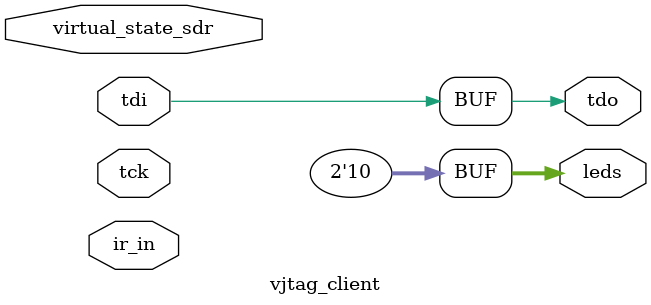
<source format=v>

module vjtag_client(
		input	wire		tck,
		input	wire		tdi,
		output	wire		tdo,
		input	wire [1:0]	ir_in,
		input	wire		virtual_state_sdr,
		output	wire [1:0]	leds
	);

	assign tdo = tdi;

	assign leds	= { 1'b1, 1'b0 };

endmodule

</source>
